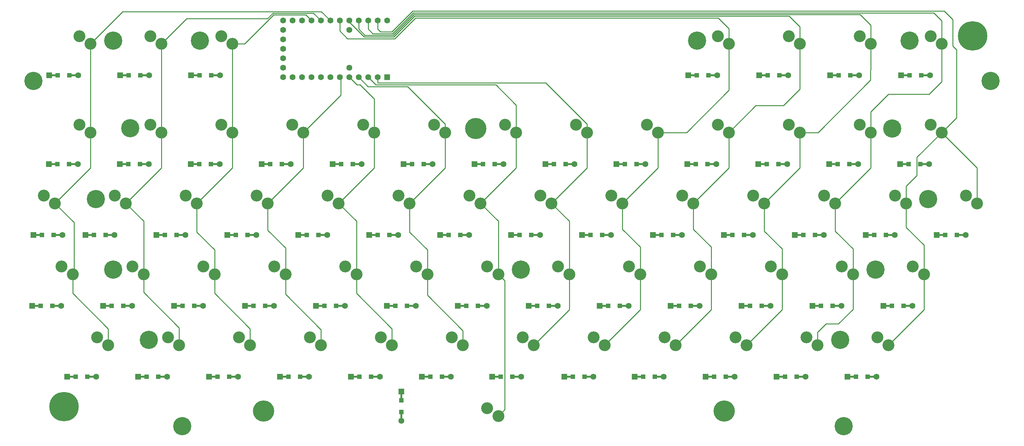
<source format=gbl>
%TF.GenerationSoftware,KiCad,Pcbnew,5.1.9-1.fc33*%
%TF.CreationDate,2021-02-28T14:37:16-05:00*%
%TF.ProjectId,3m_whisper,336d5f77-6869-4737-9065-722e6b696361,rev?*%
%TF.SameCoordinates,Original*%
%TF.FileFunction,Copper,L2,Bot*%
%TF.FilePolarity,Positive*%
%FSLAX46Y46*%
G04 Gerber Fmt 4.6, Leading zero omitted, Abs format (unit mm)*
G04 Created by KiCad (PCBNEW 5.1.9-1.fc33) date 2021-02-28 14:37:16*
%MOMM*%
%LPD*%
G01*
G04 APERTURE LIST*
%TA.AperFunction,ComponentPad*%
%ADD10C,4.900000*%
%TD*%
%TA.AperFunction,ComponentPad*%
%ADD11C,5.700000*%
%TD*%
%TA.AperFunction,ComponentPad*%
%ADD12C,7.900000*%
%TD*%
%TA.AperFunction,SMDPad,CuDef*%
%ADD13R,2.500000X0.500000*%
%TD*%
%TA.AperFunction,ComponentPad*%
%ADD14C,1.600000*%
%TD*%
%TA.AperFunction,ComponentPad*%
%ADD15R,1.600000X1.600000*%
%TD*%
%TA.AperFunction,SMDPad,CuDef*%
%ADD16R,1.200000X1.200000*%
%TD*%
%TA.AperFunction,SMDPad,CuDef*%
%ADD17R,0.500000X2.500000*%
%TD*%
%TA.AperFunction,ComponentPad*%
%ADD18C,3.200000*%
%TD*%
%TA.AperFunction,Conductor*%
%ADD19C,0.250000*%
%TD*%
G04 APERTURE END LIST*
D10*
%TO.P,REF\u002A\u002A,1*%
%TO.N,N/C*%
X329850500Y-165618500D03*
%TD*%
%TO.P,REF\u002A\u002A,1*%
%TO.N,N/C*%
X152150500Y-165618500D03*
%TD*%
%TO.P,REF\u002A\u002A,1*%
%TO.N,N/C*%
X328850500Y-142418500D03*
%TD*%
%TO.P,REF\u002A\u002A,1*%
%TO.N,N/C*%
X338350500Y-123518500D03*
%TD*%
%TO.P,REF\u002A\u002A,1*%
%TO.N,N/C*%
X133650500Y-123518500D03*
%TD*%
%TO.P,REF\u002A\u002A,1*%
%TO.N,N/C*%
X128950500Y-104518500D03*
%TD*%
%TO.P,REF\u002A\u002A,1*%
%TO.N,N/C*%
X143250500Y-142418500D03*
%TD*%
%TO.P,REF\u002A\u002A,1*%
%TO.N,N/C*%
X243150500Y-123518500D03*
%TD*%
%TO.P,REF\u002A\u002A,1*%
%TO.N,N/C*%
X352550500Y-104518500D03*
%TD*%
%TO.P,REF\u002A\u002A,1*%
%TO.N,N/C*%
X342850500Y-85618500D03*
%TD*%
%TO.P,REF\u002A\u002A,1*%
%TO.N,N/C*%
X138250500Y-85518500D03*
%TD*%
%TO.P,REF\u002A\u002A,1*%
%TO.N,N/C*%
X112250500Y-72818500D03*
%TD*%
%TO.P,REF\u002A\u002A,1*%
%TO.N,N/C*%
X369250500Y-72818500D03*
%TD*%
%TO.P,REF\u002A\u002A,1*%
%TO.N,N/C*%
X347550500Y-61918500D03*
%TD*%
%TO.P,REF\u002A\u002A,1*%
%TO.N,N/C*%
X290450500Y-61918500D03*
%TD*%
%TO.P,REF\u002A\u002A,1*%
%TO.N,N/C*%
X156950500Y-61918500D03*
%TD*%
%TO.P,REF\u002A\u002A,1*%
%TO.N,N/C*%
X133650500Y-61918500D03*
%TD*%
D11*
%TO.P,REF\u002A\u002A,1*%
%TO.N,N/C*%
X297750500Y-161518500D03*
%TD*%
%TO.P,REF\u002A\u002A,1*%
%TO.N,N/C*%
X231050500Y-85618500D03*
%TD*%
%TO.P,REF\u002A\u002A,1*%
%TO.N,N/C*%
X174050500Y-161518500D03*
%TD*%
D12*
%TO.P,REF\u002A\u002A,1*%
%TO.N,N/C*%
X364450500Y-60718500D03*
%TD*%
%TO.P,REF\u002A\u002A,1*%
%TO.N,N/C*%
X120450500Y-160318500D03*
%TD*%
D13*
%TO.P,D1,2*%
%TO.N,Net-(D1-Pad2)*%
X122938500Y-95186500D03*
%TO.P,D1,1*%
%TO.N,/row0*%
X117538500Y-95186500D03*
D14*
%TO.P,D1,2*%
%TO.N,Net-(D1-Pad2)*%
X124138500Y-95186500D03*
D15*
%TO.P,D1,1*%
%TO.N,/row0*%
X116338500Y-95186500D03*
D16*
X118663500Y-95186500D03*
%TO.P,D1,2*%
%TO.N,Net-(D1-Pad2)*%
X121813500Y-95186500D03*
%TD*%
%TO.P,D2,2*%
%TO.N,Net-(D2-Pad2)*%
X140863500Y-95186500D03*
%TO.P,D2,1*%
%TO.N,/row0*%
X137713500Y-95186500D03*
D15*
X135388500Y-95186500D03*
D14*
%TO.P,D2,2*%
%TO.N,Net-(D2-Pad2)*%
X143188500Y-95186500D03*
D13*
%TO.P,D2,1*%
%TO.N,/row0*%
X136588500Y-95186500D03*
%TO.P,D2,2*%
%TO.N,Net-(D2-Pad2)*%
X141988500Y-95186500D03*
%TD*%
%TO.P,D3,2*%
%TO.N,Net-(D3-Pad2)*%
X161038500Y-95186500D03*
%TO.P,D3,1*%
%TO.N,/row0*%
X155638500Y-95186500D03*
D14*
%TO.P,D3,2*%
%TO.N,Net-(D3-Pad2)*%
X162238500Y-95186500D03*
D15*
%TO.P,D3,1*%
%TO.N,/row0*%
X154438500Y-95186500D03*
D16*
X156763500Y-95186500D03*
%TO.P,D3,2*%
%TO.N,Net-(D3-Pad2)*%
X159913500Y-95186500D03*
%TD*%
%TO.P,D4,2*%
%TO.N,Net-(D4-Pad2)*%
X178963500Y-95186500D03*
%TO.P,D4,1*%
%TO.N,/row0*%
X175813500Y-95186500D03*
D15*
X173488500Y-95186500D03*
D14*
%TO.P,D4,2*%
%TO.N,Net-(D4-Pad2)*%
X181288500Y-95186500D03*
D13*
%TO.P,D4,1*%
%TO.N,/row0*%
X174688500Y-95186500D03*
%TO.P,D4,2*%
%TO.N,Net-(D4-Pad2)*%
X180088500Y-95186500D03*
%TD*%
%TO.P,D5,2*%
%TO.N,Net-(D5-Pad2)*%
X199138500Y-95186500D03*
%TO.P,D5,1*%
%TO.N,/row0*%
X193738500Y-95186500D03*
D14*
%TO.P,D5,2*%
%TO.N,Net-(D5-Pad2)*%
X200338500Y-95186500D03*
D15*
%TO.P,D5,1*%
%TO.N,/row0*%
X192538500Y-95186500D03*
D16*
X194863500Y-95186500D03*
%TO.P,D5,2*%
%TO.N,Net-(D5-Pad2)*%
X198013500Y-95186500D03*
%TD*%
%TO.P,D6,2*%
%TO.N,Net-(D6-Pad2)*%
X217063500Y-95186500D03*
%TO.P,D6,1*%
%TO.N,/row0*%
X213913500Y-95186500D03*
D15*
X211588500Y-95186500D03*
D14*
%TO.P,D6,2*%
%TO.N,Net-(D6-Pad2)*%
X219388500Y-95186500D03*
D13*
%TO.P,D6,1*%
%TO.N,/row0*%
X212788500Y-95186500D03*
%TO.P,D6,2*%
%TO.N,Net-(D6-Pad2)*%
X218188500Y-95186500D03*
%TD*%
%TO.P,D7,2*%
%TO.N,Net-(D7-Pad2)*%
X237238500Y-95186500D03*
%TO.P,D7,1*%
%TO.N,/row0*%
X231838500Y-95186500D03*
D14*
%TO.P,D7,2*%
%TO.N,Net-(D7-Pad2)*%
X238438500Y-95186500D03*
D15*
%TO.P,D7,1*%
%TO.N,/row0*%
X230638500Y-95186500D03*
D16*
X232963500Y-95186500D03*
%TO.P,D7,2*%
%TO.N,Net-(D7-Pad2)*%
X236113500Y-95186500D03*
%TD*%
%TO.P,D8,2*%
%TO.N,Net-(D8-Pad2)*%
X255163500Y-95186500D03*
%TO.P,D8,1*%
%TO.N,/row0*%
X252013500Y-95186500D03*
D15*
X249688500Y-95186500D03*
D14*
%TO.P,D8,2*%
%TO.N,Net-(D8-Pad2)*%
X257488500Y-95186500D03*
D13*
%TO.P,D8,1*%
%TO.N,/row0*%
X250888500Y-95186500D03*
%TO.P,D8,2*%
%TO.N,Net-(D8-Pad2)*%
X256288500Y-95186500D03*
%TD*%
%TO.P,D9,2*%
%TO.N,Net-(D9-Pad2)*%
X275338500Y-95186500D03*
%TO.P,D9,1*%
%TO.N,/row0*%
X269938500Y-95186500D03*
D14*
%TO.P,D9,2*%
%TO.N,Net-(D9-Pad2)*%
X276538500Y-95186500D03*
D15*
%TO.P,D9,1*%
%TO.N,/row0*%
X268738500Y-95186500D03*
D16*
X271063500Y-95186500D03*
%TO.P,D9,2*%
%TO.N,Net-(D9-Pad2)*%
X274213500Y-95186500D03*
%TD*%
%TO.P,D10,2*%
%TO.N,Net-(D10-Pad2)*%
X293263500Y-95186500D03*
%TO.P,D10,1*%
%TO.N,/row0*%
X290113500Y-95186500D03*
D15*
X287788500Y-95186500D03*
D14*
%TO.P,D10,2*%
%TO.N,Net-(D10-Pad2)*%
X295588500Y-95186500D03*
D13*
%TO.P,D10,1*%
%TO.N,/row0*%
X288988500Y-95186500D03*
%TO.P,D10,2*%
%TO.N,Net-(D10-Pad2)*%
X294388500Y-95186500D03*
%TD*%
%TO.P,D11,2*%
%TO.N,Net-(D11-Pad2)*%
X313438500Y-95186500D03*
%TO.P,D11,1*%
%TO.N,/row0*%
X308038500Y-95186500D03*
D14*
%TO.P,D11,2*%
%TO.N,Net-(D11-Pad2)*%
X314638500Y-95186500D03*
D15*
%TO.P,D11,1*%
%TO.N,/row0*%
X306838500Y-95186500D03*
D16*
X309163500Y-95186500D03*
%TO.P,D11,2*%
%TO.N,Net-(D11-Pad2)*%
X312313500Y-95186500D03*
%TD*%
%TO.P,D12,2*%
%TO.N,Net-(D12-Pad2)*%
X331363500Y-95186500D03*
%TO.P,D12,1*%
%TO.N,/row0*%
X328213500Y-95186500D03*
D15*
X325888500Y-95186500D03*
D14*
%TO.P,D12,2*%
%TO.N,Net-(D12-Pad2)*%
X333688500Y-95186500D03*
D13*
%TO.P,D12,1*%
%TO.N,/row0*%
X327088500Y-95186500D03*
%TO.P,D12,2*%
%TO.N,Net-(D12-Pad2)*%
X332488500Y-95186500D03*
%TD*%
%TO.P,D13,2*%
%TO.N,Net-(D13-Pad2)*%
X351538500Y-95186500D03*
%TO.P,D13,1*%
%TO.N,/row0*%
X346138500Y-95186500D03*
D14*
%TO.P,D13,2*%
%TO.N,Net-(D13-Pad2)*%
X352738500Y-95186500D03*
D15*
%TO.P,D13,1*%
%TO.N,/row0*%
X344938500Y-95186500D03*
D16*
X347263500Y-95186500D03*
%TO.P,D13,2*%
%TO.N,Net-(D13-Pad2)*%
X350413500Y-95186500D03*
%TD*%
%TO.P,D14,2*%
%TO.N,Net-(D14-Pad2)*%
X117679500Y-114236500D03*
%TO.P,D14,1*%
%TO.N,/row1*%
X114529500Y-114236500D03*
D15*
X112204500Y-114236500D03*
D14*
%TO.P,D14,2*%
%TO.N,Net-(D14-Pad2)*%
X120004500Y-114236500D03*
D13*
%TO.P,D14,1*%
%TO.N,/row1*%
X113404500Y-114236500D03*
%TO.P,D14,2*%
%TO.N,Net-(D14-Pad2)*%
X118804500Y-114236500D03*
%TD*%
D16*
%TO.P,D15,2*%
%TO.N,Net-(D15-Pad2)*%
X131649500Y-114236500D03*
%TO.P,D15,1*%
%TO.N,/row1*%
X128499500Y-114236500D03*
D15*
X126174500Y-114236500D03*
D14*
%TO.P,D15,2*%
%TO.N,Net-(D15-Pad2)*%
X133974500Y-114236500D03*
D13*
%TO.P,D15,1*%
%TO.N,/row1*%
X127374500Y-114236500D03*
%TO.P,D15,2*%
%TO.N,Net-(D15-Pad2)*%
X132774500Y-114236500D03*
%TD*%
%TO.P,D16,2*%
%TO.N,Net-(D16-Pad2)*%
X151824500Y-114236500D03*
%TO.P,D16,1*%
%TO.N,/row1*%
X146424500Y-114236500D03*
D14*
%TO.P,D16,2*%
%TO.N,Net-(D16-Pad2)*%
X153024500Y-114236500D03*
D15*
%TO.P,D16,1*%
%TO.N,/row1*%
X145224500Y-114236500D03*
D16*
X147549500Y-114236500D03*
%TO.P,D16,2*%
%TO.N,Net-(D16-Pad2)*%
X150699500Y-114236500D03*
%TD*%
%TO.P,D17,2*%
%TO.N,Net-(D17-Pad2)*%
X169749500Y-114236500D03*
%TO.P,D17,1*%
%TO.N,/row1*%
X166599500Y-114236500D03*
D15*
X164274500Y-114236500D03*
D14*
%TO.P,D17,2*%
%TO.N,Net-(D17-Pad2)*%
X172074500Y-114236500D03*
D13*
%TO.P,D17,1*%
%TO.N,/row1*%
X165474500Y-114236500D03*
%TO.P,D17,2*%
%TO.N,Net-(D17-Pad2)*%
X170874500Y-114236500D03*
%TD*%
%TO.P,D18,2*%
%TO.N,Net-(D18-Pad2)*%
X189924500Y-114236500D03*
%TO.P,D18,1*%
%TO.N,/row1*%
X184524500Y-114236500D03*
D14*
%TO.P,D18,2*%
%TO.N,Net-(D18-Pad2)*%
X191124500Y-114236500D03*
D15*
%TO.P,D18,1*%
%TO.N,/row1*%
X183324500Y-114236500D03*
D16*
X185649500Y-114236500D03*
%TO.P,D18,2*%
%TO.N,Net-(D18-Pad2)*%
X188799500Y-114236500D03*
%TD*%
%TO.P,D19,2*%
%TO.N,Net-(D19-Pad2)*%
X207849500Y-114236500D03*
%TO.P,D19,1*%
%TO.N,/row1*%
X204699500Y-114236500D03*
D15*
X202374500Y-114236500D03*
D14*
%TO.P,D19,2*%
%TO.N,Net-(D19-Pad2)*%
X210174500Y-114236500D03*
D13*
%TO.P,D19,1*%
%TO.N,/row1*%
X203574500Y-114236500D03*
%TO.P,D19,2*%
%TO.N,Net-(D19-Pad2)*%
X208974500Y-114236500D03*
%TD*%
%TO.P,D20,2*%
%TO.N,Net-(D20-Pad2)*%
X228024500Y-114236500D03*
%TO.P,D20,1*%
%TO.N,/row1*%
X222624500Y-114236500D03*
D14*
%TO.P,D20,2*%
%TO.N,Net-(D20-Pad2)*%
X229224500Y-114236500D03*
D15*
%TO.P,D20,1*%
%TO.N,/row1*%
X221424500Y-114236500D03*
D16*
X223749500Y-114236500D03*
%TO.P,D20,2*%
%TO.N,Net-(D20-Pad2)*%
X226899500Y-114236500D03*
%TD*%
%TO.P,D21,2*%
%TO.N,Net-(D21-Pad2)*%
X245949500Y-114236500D03*
%TO.P,D21,1*%
%TO.N,/row1*%
X242799500Y-114236500D03*
D15*
X240474500Y-114236500D03*
D14*
%TO.P,D21,2*%
%TO.N,Net-(D21-Pad2)*%
X248274500Y-114236500D03*
D13*
%TO.P,D21,1*%
%TO.N,/row1*%
X241674500Y-114236500D03*
%TO.P,D21,2*%
%TO.N,Net-(D21-Pad2)*%
X247074500Y-114236500D03*
%TD*%
%TO.P,D22,2*%
%TO.N,Net-(D22-Pad2)*%
X266124500Y-114236500D03*
%TO.P,D22,1*%
%TO.N,/row1*%
X260724500Y-114236500D03*
D14*
%TO.P,D22,2*%
%TO.N,Net-(D22-Pad2)*%
X267324500Y-114236500D03*
D15*
%TO.P,D22,1*%
%TO.N,/row1*%
X259524500Y-114236500D03*
D16*
X261849500Y-114236500D03*
%TO.P,D22,2*%
%TO.N,Net-(D22-Pad2)*%
X264999500Y-114236500D03*
%TD*%
%TO.P,D23,2*%
%TO.N,Net-(D23-Pad2)*%
X284049500Y-114236500D03*
%TO.P,D23,1*%
%TO.N,/row1*%
X280899500Y-114236500D03*
D15*
X278574500Y-114236500D03*
D14*
%TO.P,D23,2*%
%TO.N,Net-(D23-Pad2)*%
X286374500Y-114236500D03*
D13*
%TO.P,D23,1*%
%TO.N,/row1*%
X279774500Y-114236500D03*
%TO.P,D23,2*%
%TO.N,Net-(D23-Pad2)*%
X285174500Y-114236500D03*
%TD*%
%TO.P,D24,2*%
%TO.N,Net-(D24-Pad2)*%
X304224500Y-114236500D03*
%TO.P,D24,1*%
%TO.N,/row1*%
X298824500Y-114236500D03*
D14*
%TO.P,D24,2*%
%TO.N,Net-(D24-Pad2)*%
X305424500Y-114236500D03*
D15*
%TO.P,D24,1*%
%TO.N,/row1*%
X297624500Y-114236500D03*
D16*
X299949500Y-114236500D03*
%TO.P,D24,2*%
%TO.N,Net-(D24-Pad2)*%
X303099500Y-114236500D03*
%TD*%
%TO.P,D25,2*%
%TO.N,Net-(D25-Pad2)*%
X322149500Y-114236500D03*
%TO.P,D25,1*%
%TO.N,/row1*%
X318999500Y-114236500D03*
D15*
X316674500Y-114236500D03*
D14*
%TO.P,D25,2*%
%TO.N,Net-(D25-Pad2)*%
X324474500Y-114236500D03*
D13*
%TO.P,D25,1*%
%TO.N,/row1*%
X317874500Y-114236500D03*
%TO.P,D25,2*%
%TO.N,Net-(D25-Pad2)*%
X323274500Y-114236500D03*
%TD*%
%TO.P,D26,2*%
%TO.N,Net-(D26-Pad2)*%
X342324500Y-114236500D03*
%TO.P,D26,1*%
%TO.N,/row1*%
X336924500Y-114236500D03*
D14*
%TO.P,D26,2*%
%TO.N,Net-(D26-Pad2)*%
X343524500Y-114236500D03*
D15*
%TO.P,D26,1*%
%TO.N,/row1*%
X335724500Y-114236500D03*
D16*
X338049500Y-114236500D03*
%TO.P,D26,2*%
%TO.N,Net-(D26-Pad2)*%
X341199500Y-114236500D03*
%TD*%
%TO.P,D27,2*%
%TO.N,Net-(D27-Pad2)*%
X117335500Y-133286500D03*
%TO.P,D27,1*%
%TO.N,/row2*%
X114185500Y-133286500D03*
D15*
X111860500Y-133286500D03*
D14*
%TO.P,D27,2*%
%TO.N,Net-(D27-Pad2)*%
X119660500Y-133286500D03*
D13*
%TO.P,D27,1*%
%TO.N,/row2*%
X113060500Y-133286500D03*
%TO.P,D27,2*%
%TO.N,Net-(D27-Pad2)*%
X118460500Y-133286500D03*
%TD*%
%TO.P,D28,2*%
%TO.N,Net-(D28-Pad2)*%
X137510500Y-133286500D03*
%TO.P,D28,1*%
%TO.N,/row2*%
X132110500Y-133286500D03*
D14*
%TO.P,D28,2*%
%TO.N,Net-(D28-Pad2)*%
X138710500Y-133286500D03*
D15*
%TO.P,D28,1*%
%TO.N,/row2*%
X130910500Y-133286500D03*
D16*
X133235500Y-133286500D03*
%TO.P,D28,2*%
%TO.N,Net-(D28-Pad2)*%
X136385500Y-133286500D03*
%TD*%
%TO.P,D29,2*%
%TO.N,Net-(D29-Pad2)*%
X155435500Y-133286500D03*
%TO.P,D29,1*%
%TO.N,/row2*%
X152285500Y-133286500D03*
D15*
X149960500Y-133286500D03*
D14*
%TO.P,D29,2*%
%TO.N,Net-(D29-Pad2)*%
X157760500Y-133286500D03*
D13*
%TO.P,D29,1*%
%TO.N,/row2*%
X151160500Y-133286500D03*
%TO.P,D29,2*%
%TO.N,Net-(D29-Pad2)*%
X156560500Y-133286500D03*
%TD*%
%TO.P,D30,2*%
%TO.N,Net-(D30-Pad2)*%
X175610500Y-133286500D03*
%TO.P,D30,1*%
%TO.N,/row2*%
X170210500Y-133286500D03*
D14*
%TO.P,D30,2*%
%TO.N,Net-(D30-Pad2)*%
X176810500Y-133286500D03*
D15*
%TO.P,D30,1*%
%TO.N,/row2*%
X169010500Y-133286500D03*
D16*
X171335500Y-133286500D03*
%TO.P,D30,2*%
%TO.N,Net-(D30-Pad2)*%
X174485500Y-133286500D03*
%TD*%
D13*
%TO.P,D31,2*%
%TO.N,Net-(D31-Pad2)*%
X194660500Y-133286500D03*
%TO.P,D31,1*%
%TO.N,/row2*%
X189260500Y-133286500D03*
D14*
%TO.P,D31,2*%
%TO.N,Net-(D31-Pad2)*%
X195860500Y-133286500D03*
D15*
%TO.P,D31,1*%
%TO.N,/row2*%
X188060500Y-133286500D03*
D16*
X190385500Y-133286500D03*
%TO.P,D31,2*%
%TO.N,Net-(D31-Pad2)*%
X193535500Y-133286500D03*
%TD*%
%TO.P,D32,2*%
%TO.N,Net-(D32-Pad2)*%
X212585500Y-133286500D03*
%TO.P,D32,1*%
%TO.N,/row2*%
X209435500Y-133286500D03*
D15*
X207110500Y-133286500D03*
D14*
%TO.P,D32,2*%
%TO.N,Net-(D32-Pad2)*%
X214910500Y-133286500D03*
D13*
%TO.P,D32,1*%
%TO.N,/row2*%
X208310500Y-133286500D03*
%TO.P,D32,2*%
%TO.N,Net-(D32-Pad2)*%
X213710500Y-133286500D03*
%TD*%
D16*
%TO.P,D33,2*%
%TO.N,Net-(D33-Pad2)*%
X231635500Y-133286500D03*
%TO.P,D33,1*%
%TO.N,/row2*%
X228485500Y-133286500D03*
D15*
X226160500Y-133286500D03*
D14*
%TO.P,D33,2*%
%TO.N,Net-(D33-Pad2)*%
X233960500Y-133286500D03*
D13*
%TO.P,D33,1*%
%TO.N,/row2*%
X227360500Y-133286500D03*
%TO.P,D33,2*%
%TO.N,Net-(D33-Pad2)*%
X232760500Y-133286500D03*
%TD*%
%TO.P,D34,2*%
%TO.N,Net-(D34-Pad2)*%
X251810500Y-133286500D03*
%TO.P,D34,1*%
%TO.N,/row2*%
X246410500Y-133286500D03*
D14*
%TO.P,D34,2*%
%TO.N,Net-(D34-Pad2)*%
X253010500Y-133286500D03*
D15*
%TO.P,D34,1*%
%TO.N,/row2*%
X245210500Y-133286500D03*
D16*
X247535500Y-133286500D03*
%TO.P,D34,2*%
%TO.N,Net-(D34-Pad2)*%
X250685500Y-133286500D03*
%TD*%
%TO.P,D35,2*%
%TO.N,Net-(D35-Pad2)*%
X269735500Y-133286500D03*
%TO.P,D35,1*%
%TO.N,/row2*%
X266585500Y-133286500D03*
D15*
X264260500Y-133286500D03*
D14*
%TO.P,D35,2*%
%TO.N,Net-(D35-Pad2)*%
X272060500Y-133286500D03*
D13*
%TO.P,D35,1*%
%TO.N,/row2*%
X265460500Y-133286500D03*
%TO.P,D35,2*%
%TO.N,Net-(D35-Pad2)*%
X270860500Y-133286500D03*
%TD*%
%TO.P,D36,2*%
%TO.N,Net-(D36-Pad2)*%
X289910500Y-133286500D03*
%TO.P,D36,1*%
%TO.N,/row2*%
X284510500Y-133286500D03*
D14*
%TO.P,D36,2*%
%TO.N,Net-(D36-Pad2)*%
X291110500Y-133286500D03*
D15*
%TO.P,D36,1*%
%TO.N,/row2*%
X283310500Y-133286500D03*
D16*
X285635500Y-133286500D03*
%TO.P,D36,2*%
%TO.N,Net-(D36-Pad2)*%
X288785500Y-133286500D03*
%TD*%
%TO.P,D37,2*%
%TO.N,Net-(D37-Pad2)*%
X307835500Y-133286500D03*
%TO.P,D37,1*%
%TO.N,/row2*%
X304685500Y-133286500D03*
D15*
X302360500Y-133286500D03*
D14*
%TO.P,D37,2*%
%TO.N,Net-(D37-Pad2)*%
X310160500Y-133286500D03*
D13*
%TO.P,D37,1*%
%TO.N,/row2*%
X303560500Y-133286500D03*
%TO.P,D37,2*%
%TO.N,Net-(D37-Pad2)*%
X308960500Y-133286500D03*
%TD*%
%TO.P,D38,2*%
%TO.N,Net-(D38-Pad2)*%
X328010500Y-133286500D03*
%TO.P,D38,1*%
%TO.N,/row2*%
X322610500Y-133286500D03*
D14*
%TO.P,D38,2*%
%TO.N,Net-(D38-Pad2)*%
X329210500Y-133286500D03*
D15*
%TO.P,D38,1*%
%TO.N,/row2*%
X321410500Y-133286500D03*
D16*
X323735500Y-133286500D03*
%TO.P,D38,2*%
%TO.N,Net-(D38-Pad2)*%
X326885500Y-133286500D03*
%TD*%
%TO.P,D39,2*%
%TO.N,Net-(D39-Pad2)*%
X345935500Y-133286500D03*
%TO.P,D39,1*%
%TO.N,/row2*%
X342785500Y-133286500D03*
D15*
X340460500Y-133286500D03*
D14*
%TO.P,D39,2*%
%TO.N,Net-(D39-Pad2)*%
X348260500Y-133286500D03*
D13*
%TO.P,D39,1*%
%TO.N,/row2*%
X341660500Y-133286500D03*
%TO.P,D39,2*%
%TO.N,Net-(D39-Pad2)*%
X347060500Y-133286500D03*
%TD*%
%TO.P,D40,2*%
%TO.N,Net-(D40-Pad2)*%
X127858500Y-152336500D03*
%TO.P,D40,1*%
%TO.N,/row3*%
X122458500Y-152336500D03*
D14*
%TO.P,D40,2*%
%TO.N,Net-(D40-Pad2)*%
X129058500Y-152336500D03*
D15*
%TO.P,D40,1*%
%TO.N,/row3*%
X121258500Y-152336500D03*
D16*
X123583500Y-152336500D03*
%TO.P,D40,2*%
%TO.N,Net-(D40-Pad2)*%
X126733500Y-152336500D03*
%TD*%
%TO.P,D41,2*%
%TO.N,Net-(D41-Pad2)*%
X145783500Y-152336500D03*
%TO.P,D41,1*%
%TO.N,/row3*%
X142633500Y-152336500D03*
D15*
X140308500Y-152336500D03*
D14*
%TO.P,D41,2*%
%TO.N,Net-(D41-Pad2)*%
X148108500Y-152336500D03*
D13*
%TO.P,D41,1*%
%TO.N,/row3*%
X141508500Y-152336500D03*
%TO.P,D41,2*%
%TO.N,Net-(D41-Pad2)*%
X146908500Y-152336500D03*
%TD*%
%TO.P,D42,2*%
%TO.N,Net-(D42-Pad2)*%
X165958500Y-152336500D03*
%TO.P,D42,1*%
%TO.N,/row3*%
X160558500Y-152336500D03*
D14*
%TO.P,D42,2*%
%TO.N,Net-(D42-Pad2)*%
X167158500Y-152336500D03*
D15*
%TO.P,D42,1*%
%TO.N,/row3*%
X159358500Y-152336500D03*
D16*
X161683500Y-152336500D03*
%TO.P,D42,2*%
%TO.N,Net-(D42-Pad2)*%
X164833500Y-152336500D03*
%TD*%
%TO.P,D43,2*%
%TO.N,Net-(D43-Pad2)*%
X183883500Y-152336500D03*
%TO.P,D43,1*%
%TO.N,/row3*%
X180733500Y-152336500D03*
D15*
X178408500Y-152336500D03*
D14*
%TO.P,D43,2*%
%TO.N,Net-(D43-Pad2)*%
X186208500Y-152336500D03*
D13*
%TO.P,D43,1*%
%TO.N,/row3*%
X179608500Y-152336500D03*
%TO.P,D43,2*%
%TO.N,Net-(D43-Pad2)*%
X185008500Y-152336500D03*
%TD*%
%TO.P,D44,2*%
%TO.N,Net-(D44-Pad2)*%
X204058500Y-152336500D03*
%TO.P,D44,1*%
%TO.N,/row3*%
X198658500Y-152336500D03*
D14*
%TO.P,D44,2*%
%TO.N,Net-(D44-Pad2)*%
X205258500Y-152336500D03*
D15*
%TO.P,D44,1*%
%TO.N,/row3*%
X197458500Y-152336500D03*
D16*
X199783500Y-152336500D03*
%TO.P,D44,2*%
%TO.N,Net-(D44-Pad2)*%
X202933500Y-152336500D03*
%TD*%
D13*
%TO.P,D45,2*%
%TO.N,Net-(D45-Pad2)*%
X223108500Y-152336500D03*
%TO.P,D45,1*%
%TO.N,/row3*%
X217708500Y-152336500D03*
D14*
%TO.P,D45,2*%
%TO.N,Net-(D45-Pad2)*%
X224308500Y-152336500D03*
D15*
%TO.P,D45,1*%
%TO.N,/row3*%
X216508500Y-152336500D03*
D16*
X218833500Y-152336500D03*
%TO.P,D45,2*%
%TO.N,Net-(D45-Pad2)*%
X221983500Y-152336500D03*
%TD*%
D17*
%TO.P,D46,2*%
%TO.N,Net-(D46-Pad2)*%
X211010500Y-162910500D03*
%TO.P,D46,1*%
%TO.N,/row3*%
X211010500Y-157510500D03*
D14*
%TO.P,D46,2*%
%TO.N,Net-(D46-Pad2)*%
X211010500Y-164110500D03*
D15*
%TO.P,D46,1*%
%TO.N,/row3*%
X211010500Y-156310500D03*
D16*
X211010500Y-158635500D03*
%TO.P,D46,2*%
%TO.N,Net-(D46-Pad2)*%
X211010500Y-161785500D03*
%TD*%
%TO.P,D47,2*%
%TO.N,Net-(D47-Pad2)*%
X240869500Y-152336500D03*
%TO.P,D47,1*%
%TO.N,/row3*%
X237719500Y-152336500D03*
D15*
X235394500Y-152336500D03*
D14*
%TO.P,D47,2*%
%TO.N,Net-(D47-Pad2)*%
X243194500Y-152336500D03*
D13*
%TO.P,D47,1*%
%TO.N,/row3*%
X236594500Y-152336500D03*
%TO.P,D47,2*%
%TO.N,Net-(D47-Pad2)*%
X241994500Y-152336500D03*
%TD*%
%TO.P,D48,2*%
%TO.N,Net-(D48-Pad2)*%
X261372500Y-152336500D03*
%TO.P,D48,1*%
%TO.N,/row3*%
X255972500Y-152336500D03*
D14*
%TO.P,D48,2*%
%TO.N,Net-(D48-Pad2)*%
X262572500Y-152336500D03*
D15*
%TO.P,D48,1*%
%TO.N,/row3*%
X254772500Y-152336500D03*
D16*
X257097500Y-152336500D03*
%TO.P,D48,2*%
%TO.N,Net-(D48-Pad2)*%
X260247500Y-152336500D03*
%TD*%
%TO.P,D49,2*%
%TO.N,Net-(D49-Pad2)*%
X279133500Y-152336500D03*
%TO.P,D49,1*%
%TO.N,/row3*%
X275983500Y-152336500D03*
D15*
X273658500Y-152336500D03*
D14*
%TO.P,D49,2*%
%TO.N,Net-(D49-Pad2)*%
X281458500Y-152336500D03*
D13*
%TO.P,D49,1*%
%TO.N,/row3*%
X274858500Y-152336500D03*
%TO.P,D49,2*%
%TO.N,Net-(D49-Pad2)*%
X280258500Y-152336500D03*
%TD*%
%TO.P,D50,2*%
%TO.N,Net-(D50-Pad2)*%
X299308500Y-152336500D03*
%TO.P,D50,1*%
%TO.N,/row3*%
X293908500Y-152336500D03*
D14*
%TO.P,D50,2*%
%TO.N,Net-(D50-Pad2)*%
X300508500Y-152336500D03*
D15*
%TO.P,D50,1*%
%TO.N,/row3*%
X292708500Y-152336500D03*
D16*
X295033500Y-152336500D03*
%TO.P,D50,2*%
%TO.N,Net-(D50-Pad2)*%
X298183500Y-152336500D03*
%TD*%
%TO.P,D51,2*%
%TO.N,Net-(D51-Pad2)*%
X317233500Y-152336500D03*
%TO.P,D51,1*%
%TO.N,/row3*%
X314083500Y-152336500D03*
D15*
X311758500Y-152336500D03*
D14*
%TO.P,D51,2*%
%TO.N,Net-(D51-Pad2)*%
X319558500Y-152336500D03*
D13*
%TO.P,D51,1*%
%TO.N,/row3*%
X312958500Y-152336500D03*
%TO.P,D51,2*%
%TO.N,Net-(D51-Pad2)*%
X318358500Y-152336500D03*
%TD*%
%TO.P,D52,2*%
%TO.N,Net-(D52-Pad2)*%
X337408500Y-152336500D03*
%TO.P,D52,1*%
%TO.N,/row3*%
X332008500Y-152336500D03*
D14*
%TO.P,D52,2*%
%TO.N,Net-(D52-Pad2)*%
X338608500Y-152336500D03*
D15*
%TO.P,D52,1*%
%TO.N,/row3*%
X330808500Y-152336500D03*
D16*
X333133500Y-152336500D03*
%TO.P,D52,2*%
%TO.N,Net-(D52-Pad2)*%
X336283500Y-152336500D03*
%TD*%
%TO.P,D53,2*%
%TO.N,Net-(D53-Pad2)*%
X121907500Y-71310500D03*
%TO.P,D53,1*%
%TO.N,/row4*%
X118757500Y-71310500D03*
D15*
X116432500Y-71310500D03*
D14*
%TO.P,D53,2*%
%TO.N,Net-(D53-Pad2)*%
X124232500Y-71310500D03*
D13*
%TO.P,D53,1*%
%TO.N,/row4*%
X117632500Y-71310500D03*
%TO.P,D53,2*%
%TO.N,Net-(D53-Pad2)*%
X123032500Y-71310500D03*
%TD*%
%TO.P,D54,2*%
%TO.N,Net-(D54-Pad2)*%
X142082500Y-71310500D03*
%TO.P,D54,1*%
%TO.N,/row4*%
X136682500Y-71310500D03*
D14*
%TO.P,D54,2*%
%TO.N,Net-(D54-Pad2)*%
X143282500Y-71310500D03*
D15*
%TO.P,D54,1*%
%TO.N,/row4*%
X135482500Y-71310500D03*
D16*
X137807500Y-71310500D03*
%TO.P,D54,2*%
%TO.N,Net-(D54-Pad2)*%
X140957500Y-71310500D03*
%TD*%
%TO.P,D55,2*%
%TO.N,Net-(D55-Pad2)*%
X160007500Y-71310500D03*
%TO.P,D55,1*%
%TO.N,/row4*%
X156857500Y-71310500D03*
D15*
X154532500Y-71310500D03*
D14*
%TO.P,D55,2*%
%TO.N,Net-(D55-Pad2)*%
X162332500Y-71310500D03*
D13*
%TO.P,D55,1*%
%TO.N,/row4*%
X155732500Y-71310500D03*
%TO.P,D55,2*%
%TO.N,Net-(D55-Pad2)*%
X161132500Y-71310500D03*
%TD*%
D16*
%TO.P,D56,2*%
%TO.N,Net-(D56-Pad2)*%
X293517500Y-71310500D03*
%TO.P,D56,1*%
%TO.N,/row4*%
X290367500Y-71310500D03*
D15*
X288042500Y-71310500D03*
D14*
%TO.P,D56,2*%
%TO.N,Net-(D56-Pad2)*%
X295842500Y-71310500D03*
D13*
%TO.P,D56,1*%
%TO.N,/row4*%
X289242500Y-71310500D03*
%TO.P,D56,2*%
%TO.N,Net-(D56-Pad2)*%
X294642500Y-71310500D03*
%TD*%
%TO.P,D57,2*%
%TO.N,Net-(D57-Pad2)*%
X313692500Y-71310500D03*
%TO.P,D57,1*%
%TO.N,/row4*%
X308292500Y-71310500D03*
D14*
%TO.P,D57,2*%
%TO.N,Net-(D57-Pad2)*%
X314892500Y-71310500D03*
D15*
%TO.P,D57,1*%
%TO.N,/row4*%
X307092500Y-71310500D03*
D16*
X309417500Y-71310500D03*
%TO.P,D57,2*%
%TO.N,Net-(D57-Pad2)*%
X312567500Y-71310500D03*
%TD*%
%TO.P,D58,2*%
%TO.N,Net-(D58-Pad2)*%
X331617500Y-71310500D03*
%TO.P,D58,1*%
%TO.N,/row4*%
X328467500Y-71310500D03*
D15*
X326142500Y-71310500D03*
D14*
%TO.P,D58,2*%
%TO.N,Net-(D58-Pad2)*%
X333942500Y-71310500D03*
D13*
%TO.P,D58,1*%
%TO.N,/row4*%
X327342500Y-71310500D03*
%TO.P,D58,2*%
%TO.N,Net-(D58-Pad2)*%
X332742500Y-71310500D03*
%TD*%
%TO.P,D59,2*%
%TO.N,Net-(D59-Pad2)*%
X351792500Y-71310500D03*
%TO.P,D59,1*%
%TO.N,/row4*%
X346392500Y-71310500D03*
D14*
%TO.P,D59,2*%
%TO.N,Net-(D59-Pad2)*%
X352992500Y-71310500D03*
D15*
%TO.P,D59,1*%
%TO.N,/row4*%
X345192500Y-71310500D03*
D16*
X347517500Y-71310500D03*
%TO.P,D59,2*%
%TO.N,Net-(D59-Pad2)*%
X350667500Y-71310500D03*
%TD*%
%TO.P,D60,2*%
%TO.N,Net-(D60-Pad2)*%
X360249500Y-114236500D03*
%TO.P,D60,1*%
%TO.N,/row4*%
X357099500Y-114236500D03*
D15*
X354774500Y-114236500D03*
D14*
%TO.P,D60,2*%
%TO.N,Net-(D60-Pad2)*%
X362574500Y-114236500D03*
D13*
%TO.P,D60,1*%
%TO.N,/row4*%
X355974500Y-114236500D03*
%TO.P,D60,2*%
%TO.N,Net-(D60-Pad2)*%
X361374500Y-114236500D03*
%TD*%
D18*
%TO.P,K1,2*%
%TO.N,Net-(D1-Pad2)*%
X124553500Y-84553000D03*
%TO.P,K1,1*%
%TO.N,/col0*%
X127533500Y-86643000D03*
%TD*%
%TO.P,K2,2*%
%TO.N,Net-(D2-Pad2)*%
X143603500Y-84553000D03*
%TO.P,K2,1*%
%TO.N,/col1*%
X146583500Y-86643000D03*
%TD*%
%TO.P,K3,1*%
%TO.N,/col2*%
X165633500Y-86643000D03*
%TO.P,K3,2*%
%TO.N,Net-(D3-Pad2)*%
X162653500Y-84553000D03*
%TD*%
%TO.P,K4,2*%
%TO.N,Net-(D4-Pad2)*%
X181703500Y-84553000D03*
%TO.P,K4,1*%
%TO.N,/col3*%
X184683500Y-86643000D03*
%TD*%
%TO.P,K5,2*%
%TO.N,Net-(D5-Pad2)*%
X200753500Y-84553000D03*
%TO.P,K5,1*%
%TO.N,/col4*%
X203733500Y-86643000D03*
%TD*%
%TO.P,K6,2*%
%TO.N,Net-(D6-Pad2)*%
X219803500Y-84553000D03*
%TO.P,K6,1*%
%TO.N,/col5*%
X222783500Y-86643000D03*
%TD*%
%TO.P,K7,1*%
%TO.N,/col6*%
X241833500Y-86643000D03*
%TO.P,K7,2*%
%TO.N,Net-(D7-Pad2)*%
X238853500Y-84553000D03*
%TD*%
%TO.P,K8,1*%
%TO.N,/col7*%
X260883500Y-86643000D03*
%TO.P,K8,2*%
%TO.N,Net-(D8-Pad2)*%
X257903500Y-84553000D03*
%TD*%
%TO.P,K9,1*%
%TO.N,/col8*%
X279933500Y-86643000D03*
%TO.P,K9,2*%
%TO.N,Net-(D9-Pad2)*%
X276953500Y-84553000D03*
%TD*%
%TO.P,K10,1*%
%TO.N,/col9*%
X298983500Y-86643000D03*
%TO.P,K10,2*%
%TO.N,Net-(D10-Pad2)*%
X296003500Y-84553000D03*
%TD*%
%TO.P,K11,1*%
%TO.N,/col10*%
X318033500Y-86643000D03*
%TO.P,K11,2*%
%TO.N,Net-(D11-Pad2)*%
X315053500Y-84553000D03*
%TD*%
%TO.P,K12,1*%
%TO.N,/col11*%
X337083500Y-86643000D03*
%TO.P,K12,2*%
%TO.N,Net-(D12-Pad2)*%
X334103500Y-84553000D03*
%TD*%
%TO.P,K13,1*%
%TO.N,/col12*%
X356133500Y-86643000D03*
%TO.P,K13,2*%
%TO.N,Net-(D13-Pad2)*%
X353153500Y-84553000D03*
%TD*%
%TO.P,K14,2*%
%TO.N,Net-(D14-Pad2)*%
X115028500Y-103603000D03*
%TO.P,K14,1*%
%TO.N,/col0*%
X118008500Y-105693000D03*
%TD*%
%TO.P,K15,2*%
%TO.N,Net-(D15-Pad2)*%
X134078500Y-103603000D03*
%TO.P,K15,1*%
%TO.N,/col1*%
X137058500Y-105693000D03*
%TD*%
%TO.P,K16,1*%
%TO.N,/col2*%
X156108500Y-105693000D03*
%TO.P,K16,2*%
%TO.N,Net-(D16-Pad2)*%
X153128500Y-103603000D03*
%TD*%
%TO.P,K17,1*%
%TO.N,/col3*%
X175158500Y-105693000D03*
%TO.P,K17,2*%
%TO.N,Net-(D17-Pad2)*%
X172178500Y-103603000D03*
%TD*%
%TO.P,K18,1*%
%TO.N,/col4*%
X194208500Y-105693000D03*
%TO.P,K18,2*%
%TO.N,Net-(D18-Pad2)*%
X191228500Y-103603000D03*
%TD*%
%TO.P,K19,2*%
%TO.N,Net-(D19-Pad2)*%
X210278500Y-103603000D03*
%TO.P,K19,1*%
%TO.N,/col5*%
X213258500Y-105693000D03*
%TD*%
%TO.P,K20,1*%
%TO.N,/col6*%
X232308500Y-105693000D03*
%TO.P,K20,2*%
%TO.N,Net-(D20-Pad2)*%
X229328500Y-103603000D03*
%TD*%
%TO.P,K21,1*%
%TO.N,/col7*%
X251358500Y-105693000D03*
%TO.P,K21,2*%
%TO.N,Net-(D21-Pad2)*%
X248378500Y-103603000D03*
%TD*%
%TO.P,K22,1*%
%TO.N,/col8*%
X270408500Y-105693000D03*
%TO.P,K22,2*%
%TO.N,Net-(D22-Pad2)*%
X267428500Y-103603000D03*
%TD*%
%TO.P,K23,2*%
%TO.N,Net-(D23-Pad2)*%
X286478500Y-103603000D03*
%TO.P,K23,1*%
%TO.N,/col9*%
X289458500Y-105693000D03*
%TD*%
%TO.P,K24,1*%
%TO.N,/col10*%
X308508500Y-105693000D03*
%TO.P,K24,2*%
%TO.N,Net-(D24-Pad2)*%
X305528500Y-103603000D03*
%TD*%
%TO.P,K25,2*%
%TO.N,Net-(D25-Pad2)*%
X324578500Y-103603000D03*
%TO.P,K25,1*%
%TO.N,/col11*%
X327558500Y-105693000D03*
%TD*%
%TO.P,K26,1*%
%TO.N,/col12*%
X346608500Y-105693000D03*
%TO.P,K26,2*%
%TO.N,Net-(D26-Pad2)*%
X343628500Y-103603000D03*
%TD*%
%TO.P,K27,1*%
%TO.N,/col0*%
X122771000Y-124743000D03*
%TO.P,K27,2*%
%TO.N,Net-(D27-Pad2)*%
X119791000Y-122653000D03*
%TD*%
%TO.P,K28,1*%
%TO.N,/col1*%
X141821000Y-124743000D03*
%TO.P,K28,2*%
%TO.N,Net-(D28-Pad2)*%
X138841000Y-122653000D03*
%TD*%
%TO.P,K29,2*%
%TO.N,Net-(D29-Pad2)*%
X157891000Y-122653000D03*
%TO.P,K29,1*%
%TO.N,/col2*%
X160871000Y-124743000D03*
%TD*%
%TO.P,K30,1*%
%TO.N,/col3*%
X179921000Y-124743000D03*
%TO.P,K30,2*%
%TO.N,Net-(D30-Pad2)*%
X176941000Y-122653000D03*
%TD*%
%TO.P,K31,2*%
%TO.N,Net-(D31-Pad2)*%
X195991000Y-122653000D03*
%TO.P,K31,1*%
%TO.N,/col4*%
X198971000Y-124743000D03*
%TD*%
%TO.P,K32,1*%
%TO.N,/col5*%
X218021000Y-124743000D03*
%TO.P,K32,2*%
%TO.N,Net-(D32-Pad2)*%
X215041000Y-122653000D03*
%TD*%
%TO.P,K33,2*%
%TO.N,Net-(D33-Pad2)*%
X234091000Y-122653000D03*
%TO.P,K33,1*%
%TO.N,/col6*%
X237071000Y-124743000D03*
%TD*%
%TO.P,K34,1*%
%TO.N,/col7*%
X256121000Y-124743000D03*
%TO.P,K34,2*%
%TO.N,Net-(D34-Pad2)*%
X253141000Y-122653000D03*
%TD*%
%TO.P,K35,2*%
%TO.N,Net-(D35-Pad2)*%
X272191000Y-122653000D03*
%TO.P,K35,1*%
%TO.N,/col8*%
X275171000Y-124743000D03*
%TD*%
%TO.P,K36,2*%
%TO.N,Net-(D36-Pad2)*%
X291241000Y-122653000D03*
%TO.P,K36,1*%
%TO.N,/col9*%
X294221000Y-124743000D03*
%TD*%
%TO.P,K37,1*%
%TO.N,/col10*%
X313271000Y-124743000D03*
%TO.P,K37,2*%
%TO.N,Net-(D37-Pad2)*%
X310291000Y-122653000D03*
%TD*%
%TO.P,K38,2*%
%TO.N,Net-(D38-Pad2)*%
X329341000Y-122653000D03*
%TO.P,K38,1*%
%TO.N,/col11*%
X332321000Y-124743000D03*
%TD*%
%TO.P,K39,2*%
%TO.N,Net-(D39-Pad2)*%
X348391000Y-122653000D03*
%TO.P,K39,1*%
%TO.N,/col12*%
X351371000Y-124743000D03*
%TD*%
%TO.P,K40,2*%
%TO.N,Net-(D40-Pad2)*%
X129316000Y-141703000D03*
%TO.P,K40,1*%
%TO.N,/col0*%
X132296000Y-143793000D03*
%TD*%
%TO.P,K41,1*%
%TO.N,/col1*%
X151346000Y-143793000D03*
%TO.P,K41,2*%
%TO.N,Net-(D41-Pad2)*%
X148366000Y-141703000D03*
%TD*%
%TO.P,K42,1*%
%TO.N,/col2*%
X170396000Y-143793000D03*
%TO.P,K42,2*%
%TO.N,Net-(D42-Pad2)*%
X167416000Y-141703000D03*
%TD*%
%TO.P,K43,2*%
%TO.N,Net-(D43-Pad2)*%
X186466000Y-141703000D03*
%TO.P,K43,1*%
%TO.N,/col3*%
X189446000Y-143793000D03*
%TD*%
%TO.P,K44,1*%
%TO.N,/col4*%
X208496000Y-143793000D03*
%TO.P,K44,2*%
%TO.N,Net-(D44-Pad2)*%
X205516000Y-141703000D03*
%TD*%
%TO.P,K45,2*%
%TO.N,Net-(D45-Pad2)*%
X224566000Y-141703000D03*
%TO.P,K45,1*%
%TO.N,/col5*%
X227546000Y-143793000D03*
%TD*%
%TO.P,K46,2*%
%TO.N,Net-(D46-Pad2)*%
X234091000Y-160753000D03*
%TO.P,K46,1*%
%TO.N,/col6*%
X237071000Y-162843000D03*
%TD*%
%TO.P,K47,1*%
%TO.N,/col7*%
X246596000Y-143793000D03*
%TO.P,K47,2*%
%TO.N,Net-(D47-Pad2)*%
X243616000Y-141703000D03*
%TD*%
%TO.P,K48,2*%
%TO.N,Net-(D48-Pad2)*%
X262666000Y-141703000D03*
%TO.P,K48,1*%
%TO.N,/col8*%
X265646000Y-143793000D03*
%TD*%
%TO.P,K49,1*%
%TO.N,/col9*%
X284696000Y-143793000D03*
%TO.P,K49,2*%
%TO.N,Net-(D49-Pad2)*%
X281716000Y-141703000D03*
%TD*%
%TO.P,K50,2*%
%TO.N,Net-(D50-Pad2)*%
X300766000Y-141703000D03*
%TO.P,K50,1*%
%TO.N,/col10*%
X303746000Y-143793000D03*
%TD*%
%TO.P,K51,1*%
%TO.N,/col11*%
X322796000Y-143793000D03*
%TO.P,K51,2*%
%TO.N,Net-(D51-Pad2)*%
X319816000Y-141703000D03*
%TD*%
%TO.P,K52,2*%
%TO.N,Net-(D52-Pad2)*%
X338866000Y-141703000D03*
%TO.P,K52,1*%
%TO.N,/col12*%
X341846000Y-143793000D03*
%TD*%
%TO.P,K53,1*%
%TO.N,/col0*%
X127533500Y-62830500D03*
%TO.P,K53,2*%
%TO.N,Net-(D53-Pad2)*%
X124553500Y-60740500D03*
%TD*%
%TO.P,K54,1*%
%TO.N,/col1*%
X146583500Y-62830500D03*
%TO.P,K54,2*%
%TO.N,Net-(D54-Pad2)*%
X143603500Y-60740500D03*
%TD*%
%TO.P,K55,2*%
%TO.N,Net-(D55-Pad2)*%
X162653500Y-60740500D03*
%TO.P,K55,1*%
%TO.N,/col2*%
X165633500Y-62830500D03*
%TD*%
%TO.P,K56,2*%
%TO.N,Net-(D56-Pad2)*%
X296003500Y-60740500D03*
%TO.P,K56,1*%
%TO.N,/col8*%
X298983500Y-62830500D03*
%TD*%
%TO.P,K57,2*%
%TO.N,Net-(D57-Pad2)*%
X315053500Y-60740500D03*
%TO.P,K57,1*%
%TO.N,/col9*%
X318033500Y-62830500D03*
%TD*%
%TO.P,K58,2*%
%TO.N,Net-(D58-Pad2)*%
X334103500Y-60740500D03*
%TO.P,K58,1*%
%TO.N,/col10*%
X337083500Y-62830500D03*
%TD*%
%TO.P,K59,2*%
%TO.N,Net-(D59-Pad2)*%
X353153500Y-60740500D03*
%TO.P,K59,1*%
%TO.N,/col11*%
X356133500Y-62830500D03*
%TD*%
%TO.P,K60,2*%
%TO.N,Net-(D60-Pad2)*%
X362678500Y-103603000D03*
%TO.P,K60,1*%
%TO.N,/col12*%
X365658500Y-105693000D03*
%TD*%
D14*
%TO.P,U1,31*%
%TO.N,/col14*%
X197040500Y-59118500D03*
%TO.P,U1,30*%
%TO.N,Net-(U1-Pad30)*%
X197040500Y-69278500D03*
%TO.P,U1,29*%
%TO.N,Net-(U1-Pad29)*%
X207200500Y-56578500D03*
%TO.P,U1,28*%
%TO.N,/col12*%
X204660500Y-56578500D03*
%TO.P,U1,27*%
%TO.N,/col11*%
X202120500Y-56578500D03*
%TO.P,U1,26*%
%TO.N,/col10*%
X199580500Y-56578500D03*
%TO.P,U1,25*%
%TO.N,/col9*%
X197040500Y-56578500D03*
%TO.P,U1,24*%
%TO.N,/col8*%
X194500500Y-56578500D03*
%TO.P,U1,23*%
%TO.N,/col0*%
X191960500Y-56578500D03*
%TO.P,U1,22*%
%TO.N,/col1*%
X189420500Y-56578500D03*
%TO.P,U1,21*%
%TO.N,/col2*%
X186880500Y-56578500D03*
%TO.P,U1,20*%
%TO.N,Net-(U1-Pad20)*%
X184340500Y-56578500D03*
%TO.P,U1,19*%
%TO.N,Net-(U1-Pad19)*%
X181800500Y-56578500D03*
%TO.P,U1,18*%
%TO.N,/row4*%
X179260500Y-56578500D03*
%TO.P,U1,17*%
%TO.N,/row3*%
X179260500Y-59118500D03*
%TO.P,U1,16*%
%TO.N,Net-(U1-Pad16)*%
X179260500Y-61658500D03*
%TO.P,U1,14*%
%TO.N,Net-(U1-Pad14)*%
X179260500Y-66738500D03*
%TO.P,U1,13*%
%TO.N,/row2*%
X179260500Y-69278500D03*
%TO.P,U1,12*%
%TO.N,/row1*%
X179260500Y-71818500D03*
%TO.P,U1,11*%
%TO.N,/row0*%
X181800500Y-71818500D03*
%TO.P,U1,10*%
%TO.N,Net-(U1-Pad10)*%
X184340500Y-71818500D03*
%TO.P,U1,9*%
%TO.N,Net-(U1-Pad9)*%
X186880500Y-71818500D03*
%TO.P,U1,8*%
%TO.N,Net-(U1-Pad8)*%
X189420500Y-71818500D03*
%TO.P,U1,7*%
%TO.N,Net-(U1-Pad7)*%
X191960500Y-71818500D03*
%TO.P,U1,6*%
%TO.N,/col3*%
X194500500Y-71818500D03*
%TO.P,U1,5*%
%TO.N,/col4*%
X197040500Y-71818500D03*
%TO.P,U1,4*%
%TO.N,/col5*%
X199580500Y-71818500D03*
%TO.P,U1,3*%
%TO.N,/col6*%
X202120500Y-71818500D03*
%TO.P,U1,2*%
%TO.N,/col7*%
X204660500Y-71818500D03*
D15*
%TO.P,U1,1*%
%TO.N,Net-(U1-Pad1)*%
X207200500Y-71818500D03*
D14*
%TO.P,U1,15*%
%TO.N,Net-(U1-Pad15)*%
X179260500Y-64198500D03*
%TD*%
D19*
%TO.N,/col0*%
X189536481Y-54154481D02*
X191960500Y-56578500D01*
X136209519Y-54154481D02*
X189536481Y-54154481D01*
X127533500Y-62830500D02*
X136209519Y-54154481D01*
X127533500Y-62830500D02*
X127533500Y-86643000D01*
X127533500Y-96168000D02*
X118008500Y-105693000D01*
X127533500Y-86643000D02*
X127533500Y-96168000D01*
X118008500Y-105693000D02*
X123126500Y-110811000D01*
X123126500Y-124387500D02*
X122771000Y-124743000D01*
X123126500Y-110811000D02*
X123126500Y-124387500D01*
X122771000Y-124743000D02*
X122771000Y-129883000D01*
X132296000Y-139408000D02*
X132296000Y-143793000D01*
X122771000Y-129883000D02*
X132296000Y-139408000D01*
%TO.N,/col1*%
X146583500Y-62830500D02*
X153343500Y-56070500D01*
X187446490Y-54604490D02*
X189420500Y-56578500D01*
X176534100Y-54604490D02*
X187446490Y-54604490D01*
X175068090Y-56070500D02*
X176534100Y-54604490D01*
X153343500Y-56070500D02*
X175068090Y-56070500D01*
X146583500Y-62830500D02*
X146583500Y-86643000D01*
X146583500Y-96168000D02*
X137058500Y-105693000D01*
X146583500Y-86643000D02*
X146583500Y-96168000D01*
X141821000Y-110455500D02*
X141821000Y-124743000D01*
X137058500Y-105693000D02*
X141821000Y-110455500D01*
X141821000Y-124743000D02*
X141821000Y-129629000D01*
X151346000Y-139154000D02*
X151346000Y-143793000D01*
X141821000Y-129629000D02*
X151346000Y-139154000D01*
%TO.N,/col2*%
X165633500Y-62830500D02*
X168944500Y-62830500D01*
X168944500Y-62830500D02*
X176720500Y-55054500D01*
X185356500Y-55054500D02*
X186880500Y-56578500D01*
X176720500Y-55054500D02*
X185356500Y-55054500D01*
X165633500Y-62830500D02*
X165633500Y-86643000D01*
X165633500Y-96168000D02*
X156108500Y-105693000D01*
X165633500Y-86643000D02*
X165633500Y-96168000D01*
X156108500Y-105693000D02*
X156108500Y-113436500D01*
X160871000Y-118199000D02*
X160871000Y-124743000D01*
X156108500Y-113436500D02*
X160871000Y-118199000D01*
X160871000Y-124743000D02*
X160871000Y-129883000D01*
X170396000Y-139408000D02*
X170396000Y-143793000D01*
X160871000Y-129883000D02*
X170396000Y-139408000D01*
%TO.N,/col3*%
X184683500Y-86643000D02*
X194754500Y-76572000D01*
X194754500Y-72072500D02*
X194500500Y-71818500D01*
X194754500Y-76572000D02*
X194754500Y-72072500D01*
X184683500Y-96168000D02*
X175158500Y-105693000D01*
X184683500Y-86643000D02*
X184683500Y-96168000D01*
X175158500Y-105693000D02*
X175158500Y-112928500D01*
X179921000Y-117691000D02*
X179921000Y-124743000D01*
X175158500Y-112928500D02*
X179921000Y-117691000D01*
X179921000Y-124743000D02*
X179921000Y-130137000D01*
X189446000Y-139662000D02*
X189446000Y-143793000D01*
X179921000Y-130137000D02*
X189446000Y-139662000D01*
%TO.N,/col4*%
X203733500Y-77636502D02*
X199947498Y-73850500D01*
X203733500Y-86643000D02*
X203733500Y-77636502D01*
X199072500Y-73850500D02*
X197040500Y-71818500D01*
X199947498Y-73850500D02*
X199072500Y-73850500D01*
X203733500Y-96168000D02*
X194208500Y-105693000D01*
X203733500Y-86643000D02*
X203733500Y-96168000D01*
X198971000Y-110455500D02*
X198971000Y-124743000D01*
X194208500Y-105693000D02*
X198971000Y-110455500D01*
X198971000Y-124743000D02*
X198971000Y-129883000D01*
X208496000Y-139408000D02*
X208496000Y-143793000D01*
X198971000Y-129883000D02*
X208496000Y-139408000D01*
%TO.N,/col5*%
X202062510Y-74300510D02*
X199580500Y-71818500D01*
X222783500Y-84380259D02*
X212703751Y-74300510D01*
X212703751Y-74300510D02*
X202062510Y-74300510D01*
X222783500Y-86643000D02*
X222783500Y-84380259D01*
X222783500Y-96168000D02*
X213258500Y-105693000D01*
X222783500Y-86643000D02*
X222783500Y-96168000D01*
X213258500Y-105693000D02*
X213258500Y-113436500D01*
X218021000Y-118199000D02*
X218021000Y-124743000D01*
X213258500Y-113436500D02*
X218021000Y-118199000D01*
X218021000Y-124743000D02*
X218021000Y-130391000D01*
X227546000Y-139916000D02*
X227546000Y-143793000D01*
X218021000Y-130391000D02*
X227546000Y-139916000D01*
%TO.N,/col6*%
X241833500Y-79273500D02*
X236410500Y-73850500D01*
X241833500Y-86643000D02*
X241833500Y-79273500D01*
X204152500Y-73850500D02*
X202120500Y-71818500D01*
X236410500Y-73850500D02*
X204152500Y-73850500D01*
X241833500Y-96168000D02*
X232308500Y-105693000D01*
X241833500Y-86643000D02*
X241833500Y-96168000D01*
X237071000Y-110455500D02*
X237071000Y-124743000D01*
X232308500Y-105693000D02*
X237071000Y-110455500D01*
X238808501Y-161105499D02*
X237071000Y-162843000D01*
X238808501Y-126480501D02*
X238808501Y-161105499D01*
X237071000Y-124743000D02*
X238808501Y-126480501D01*
%TO.N,/col7*%
X260883500Y-84380259D02*
X249845741Y-73342500D01*
X260883500Y-86643000D02*
X260883500Y-84380259D01*
X249845741Y-73342500D02*
X204660500Y-73342500D01*
X204660500Y-73342500D02*
X204660500Y-71818500D01*
X260883500Y-96168000D02*
X251358500Y-105693000D01*
X260883500Y-86643000D02*
X260883500Y-96168000D01*
X256121000Y-110455500D02*
X256121000Y-124743000D01*
X251358500Y-105693000D02*
X256121000Y-110455500D01*
X256121000Y-134268000D02*
X246596000Y-143793000D01*
X256121000Y-124743000D02*
X256121000Y-134268000D01*
%TO.N,/col8*%
X298983500Y-62830500D02*
X298983500Y-58721540D01*
X298983500Y-58721540D02*
X296100500Y-55838540D01*
X209216101Y-61426539D02*
X196554539Y-61426539D01*
X214804100Y-55838540D02*
X209216101Y-61426539D01*
X296100500Y-55838540D02*
X214804100Y-55838540D01*
X194500500Y-59372500D02*
X194500500Y-56578500D01*
X196554539Y-61426539D02*
X194500500Y-59372500D01*
X298983500Y-62830500D02*
X298983500Y-75285500D01*
X287626000Y-86643000D02*
X279933500Y-86643000D01*
X298983500Y-75285500D02*
X287626000Y-86643000D01*
X279933500Y-96168000D02*
X270408500Y-105693000D01*
X279933500Y-86643000D02*
X279933500Y-96168000D01*
X270408500Y-105693000D02*
X270408500Y-112674500D01*
X275171000Y-117437000D02*
X275171000Y-124743000D01*
X270408500Y-112674500D02*
X275171000Y-117437000D01*
X275171000Y-134268000D02*
X265646000Y-143793000D01*
X275171000Y-124743000D02*
X275171000Y-134268000D01*
%TO.N,/col9*%
X318033500Y-62830500D02*
X318033500Y-58271530D01*
X318033500Y-58271530D02*
X315150500Y-55388530D01*
X197040500Y-56960910D02*
X197040500Y-56578500D01*
X209029701Y-60976529D02*
X201056119Y-60976529D01*
X201056119Y-60976529D02*
X197040500Y-56960910D01*
X214617700Y-55388530D02*
X209029701Y-60976529D01*
X315150500Y-55388530D02*
X214617700Y-55388530D01*
X318033500Y-62830500D02*
X318033500Y-75031500D01*
X318033500Y-75031500D02*
X313626500Y-79438500D01*
X306188000Y-79438500D02*
X298983500Y-86643000D01*
X313626500Y-79438500D02*
X306188000Y-79438500D01*
X298983500Y-96168000D02*
X289458500Y-105693000D01*
X298983500Y-86643000D02*
X298983500Y-96168000D01*
X289458500Y-105693000D02*
X289458500Y-112674500D01*
X294221000Y-117437000D02*
X294221000Y-124743000D01*
X289458500Y-112674500D02*
X294221000Y-117437000D01*
X294221000Y-134268000D02*
X284696000Y-143793000D01*
X294221000Y-124743000D02*
X294221000Y-134268000D01*
%TO.N,/col10*%
X337083500Y-62830500D02*
X337083500Y-57821520D01*
X337083500Y-57821520D02*
X334200500Y-54938520D01*
X208843300Y-60526520D02*
X201242520Y-60526520D01*
X214431300Y-54938520D02*
X208843300Y-60526520D01*
X334200500Y-54938520D02*
X214431300Y-54938520D01*
X199580500Y-58864500D02*
X199580500Y-56578500D01*
X201242520Y-60526520D02*
X199580500Y-58864500D01*
X337083500Y-69834502D02*
X336994500Y-69923502D01*
X337083500Y-62830500D02*
X337083500Y-69834502D01*
X336994500Y-69923502D02*
X336994500Y-72580500D01*
X322932000Y-86643000D02*
X318033500Y-86643000D01*
X336994500Y-72580500D02*
X322932000Y-86643000D01*
X318033500Y-96168000D02*
X308508500Y-105693000D01*
X318033500Y-86643000D02*
X318033500Y-96168000D01*
X308508500Y-105693000D02*
X308508500Y-113182500D01*
X313271000Y-117945000D02*
X313271000Y-124743000D01*
X308508500Y-113182500D02*
X313271000Y-117945000D01*
X313271000Y-134268000D02*
X303746000Y-143793000D01*
X313271000Y-124743000D02*
X313271000Y-134268000D01*
%TO.N,/col11*%
X356133500Y-62830500D02*
X356133500Y-56609510D01*
X356133500Y-56609510D02*
X354012500Y-54488510D01*
X208656900Y-60076510D02*
X203332510Y-60076510D01*
X214244900Y-54488510D02*
X208656900Y-60076510D01*
X354012500Y-54488510D02*
X214244900Y-54488510D01*
X202120500Y-58864500D02*
X202120500Y-56578500D01*
X203332510Y-60076510D02*
X202120500Y-58864500D01*
X337083500Y-86643000D02*
X337083500Y-81127500D01*
X337083500Y-81127500D02*
X341820500Y-76390500D01*
X341820500Y-76390500D02*
X352742500Y-76390500D01*
X356133500Y-72999500D02*
X356133500Y-62830500D01*
X352742500Y-76390500D02*
X356133500Y-72999500D01*
X337083500Y-96168000D02*
X327558500Y-105693000D01*
X337083500Y-86643000D02*
X337083500Y-96168000D01*
X327558500Y-105693000D02*
X327558500Y-113182500D01*
X332321000Y-117945000D02*
X332321000Y-124743000D01*
X327558500Y-113182500D02*
X332321000Y-117945000D01*
X332321000Y-124743000D02*
X332321000Y-134150000D01*
X332321000Y-134150000D02*
X328358500Y-138112500D01*
X328358500Y-138112500D02*
X325056500Y-138112500D01*
X322796000Y-140373000D02*
X322796000Y-143793000D01*
X325056500Y-138112500D02*
X322796000Y-140373000D01*
%TO.N,/col12*%
X365658500Y-96168000D02*
X356133500Y-86643000D01*
X365658500Y-105693000D02*
X365658500Y-96168000D01*
X205422500Y-59626500D02*
X204660500Y-58864500D01*
X214058500Y-54038500D02*
X208470500Y-59626500D01*
X356806500Y-54038500D02*
X214058500Y-54038500D01*
X359092500Y-56324500D02*
X356806500Y-54038500D01*
X359092500Y-63436500D02*
X359092500Y-56324500D01*
X208470500Y-59626500D02*
X205422500Y-59626500D01*
X360108500Y-82668000D02*
X360108500Y-64452500D01*
X204660500Y-58864500D02*
X204660500Y-56578500D01*
X360108500Y-64452500D02*
X359092500Y-63436500D01*
X356133500Y-86643000D02*
X360108500Y-82668000D01*
X349488499Y-93288001D02*
X349488499Y-98186501D01*
X356133500Y-86643000D02*
X349488499Y-93288001D01*
X346608500Y-101066500D02*
X346608500Y-105693000D01*
X349488499Y-98186501D02*
X346608500Y-101066500D01*
X346608500Y-105693000D02*
X346608500Y-112166500D01*
X351371000Y-116929000D02*
X351371000Y-124743000D01*
X346608500Y-112166500D02*
X351371000Y-116929000D01*
X351371000Y-134268000D02*
X341846000Y-143793000D01*
X351371000Y-124743000D02*
X351371000Y-134268000D01*
%TD*%
M02*

</source>
